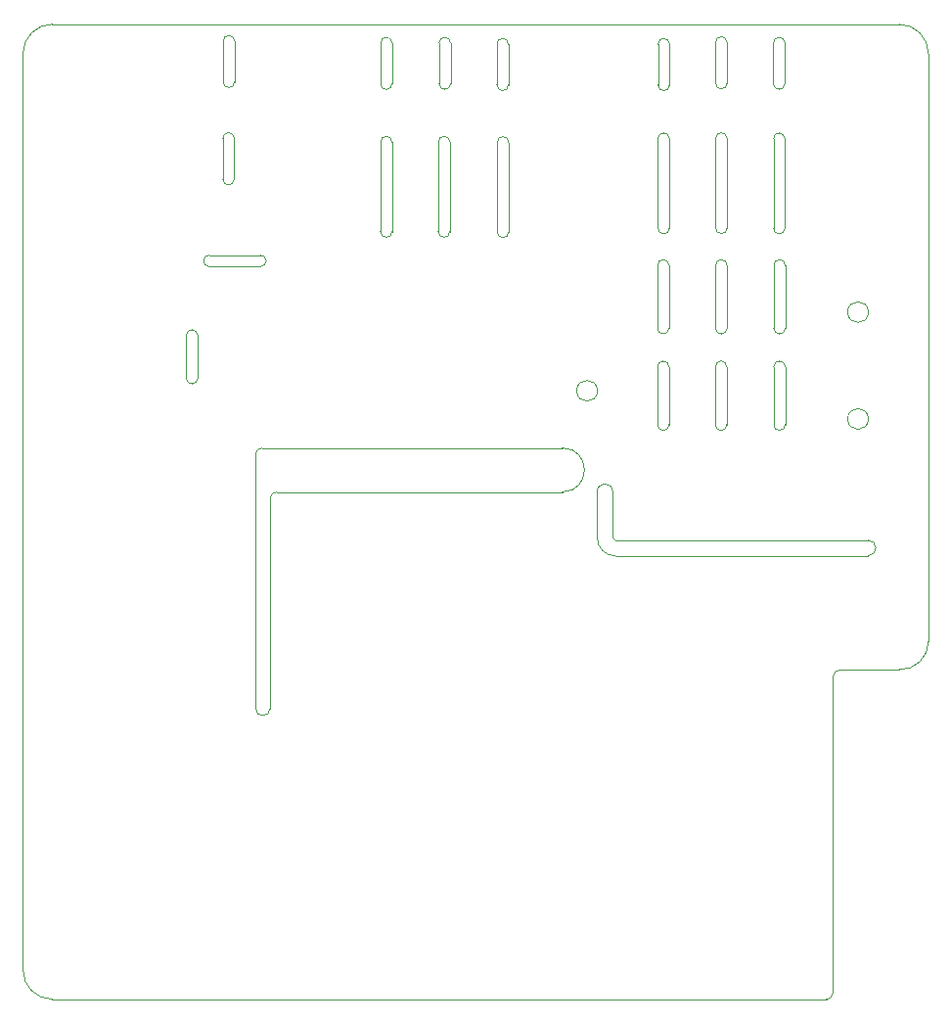
<source format=gm1>
G04 #@! TF.GenerationSoftware,KiCad,Pcbnew,(6.0.9)*
G04 #@! TF.CreationDate,2022-12-05T17:47:06+01:00*
G04 #@! TF.ProjectId,hamodule,68616d6f-6475-46c6-952e-6b696361645f,V.20221205.22*
G04 #@! TF.SameCoordinates,Original*
G04 #@! TF.FileFunction,Profile,NP*
%FSLAX46Y46*%
G04 Gerber Fmt 4.6, Leading zero omitted, Abs format (unit mm)*
G04 Created by KiCad (PCBNEW (6.0.9)) date 2022-12-05 17:47:06*
%MOMM*%
%LPD*%
G01*
G04 APERTURE LIST*
G04 #@! TA.AperFunction,Profile*
%ADD10C,0.050000*%
G04 #@! TD*
G04 #@! TA.AperFunction,Profile*
%ADD11C,0.100000*%
G04 #@! TD*
G04 APERTURE END LIST*
D10*
X109220000Y-84563949D02*
X109220500Y-33718500D01*
X67539500Y-115508500D02*
X33401500Y-115508500D01*
X104024500Y-56070500D02*
G75*
G03*
X104024500Y-56070500I-900000J0D01*
G01*
D11*
X77539500Y-71628000D02*
X52819800Y-71628000D01*
D10*
X106680500Y-31178500D02*
X33401500Y-31178500D01*
D11*
X51549800Y-67818000D02*
X77539500Y-67818000D01*
D10*
X30861500Y-112966500D02*
X30861500Y-33718500D01*
X77539500Y-71628000D02*
G75*
G03*
X77539500Y-67818000I0J1905000D01*
G01*
X30861499Y-112966500D02*
G75*
G03*
X33401500Y-115508500I2542001J0D01*
G01*
X100393500Y-115506500D02*
X67539500Y-115508500D01*
X109220500Y-33718500D02*
G75*
G03*
X106680500Y-31178500I-2540000J0D01*
G01*
X91799050Y-57464550D02*
X91799050Y-52034850D01*
X95803400Y-32804100D02*
X95803400Y-36312500D01*
X80580300Y-62877700D02*
G75*
G03*
X80580300Y-62877700I-900000J0D01*
G01*
X66804750Y-41379300D02*
X66804750Y-49106750D01*
X61818200Y-32804100D02*
X61818200Y-36312500D01*
X80558880Y-75605000D02*
G75*
G03*
X82103000Y-77149120I1544120J0D01*
G01*
X85821200Y-36414100D02*
G75*
G03*
X86817700Y-36414100I498250J0D01*
G01*
X85773350Y-52034850D02*
X85773350Y-57464550D01*
X86817700Y-32905700D02*
G75*
G03*
X85821200Y-32905700I-498250J0D01*
G01*
X48153000Y-41059100D02*
X48153000Y-44567500D01*
X86769850Y-57464550D02*
X86769850Y-52034850D01*
X85773350Y-65805000D02*
G75*
G03*
X86769850Y-65805000I498250J0D01*
G01*
X66872800Y-36312500D02*
G75*
G03*
X67869300Y-36312500I498250J0D01*
G01*
X95806350Y-48814900D02*
G75*
G03*
X96802850Y-48814900I498250J0D01*
G01*
X67801250Y-41379300D02*
G75*
G03*
X66804750Y-41379300I-498250J0D01*
G01*
X51549800Y-67818000D02*
G75*
G03*
X50991000Y-68376800I0J-558800D01*
G01*
X104024500Y-65316100D02*
G75*
G03*
X104024500Y-65316100I-900000J0D01*
G01*
X96828250Y-57464550D02*
X96828250Y-52034850D01*
X90802550Y-57464550D02*
G75*
G03*
X91799050Y-57464550I498250J0D01*
G01*
X67869300Y-32804100D02*
G75*
G03*
X66872800Y-32804100I-498250J0D01*
G01*
X95803400Y-36312500D02*
G75*
G03*
X96799900Y-36312500I498250J0D01*
G01*
X51415375Y-51139375D02*
X46983625Y-51139375D01*
X86769850Y-52034850D02*
G75*
G03*
X85773350Y-52034850I-498250J0D01*
G01*
X95806350Y-41087450D02*
X95806350Y-48814900D01*
X96802850Y-48814900D02*
X96802850Y-41087450D01*
X71876600Y-32905700D02*
X71876600Y-36414100D01*
D11*
X82103000Y-75802920D02*
X104001874Y-75802920D01*
D10*
X81905082Y-71605000D02*
G75*
G03*
X80558880Y-71605000I-673101J-25D01*
G01*
X90777150Y-60805000D02*
X90777150Y-65805000D01*
X101600000Y-86995000D02*
G75*
G03*
X100965000Y-87630000I0J-635000D01*
G01*
X52819800Y-71628000D02*
G75*
G03*
X52261000Y-72186800I-100J-558700D01*
G01*
X96828250Y-52034850D02*
G75*
G03*
X95831750Y-52034850I-498250J0D01*
G01*
X50991000Y-68376800D02*
X50991000Y-90347800D01*
X72901250Y-41405000D02*
G75*
G03*
X71904750Y-41405000I-498250J0D01*
G01*
X85809500Y-41075700D02*
X85809500Y-48803150D01*
X61804750Y-49106750D02*
G75*
G03*
X62801250Y-49106750I498250J0D01*
G01*
X71904750Y-41405000D02*
X71904750Y-49132450D01*
X48179500Y-36156900D02*
G75*
G03*
X49176000Y-36156900I498250J0D01*
G01*
X61818200Y-36312500D02*
G75*
G03*
X62814700Y-36312500I498250J0D01*
G01*
X91796100Y-36261700D02*
X91796100Y-32753300D01*
X96828250Y-65805000D02*
X96828250Y-60805000D01*
X85773350Y-60805000D02*
X85773350Y-65805000D01*
X96802850Y-41087450D02*
G75*
G03*
X95806350Y-41087450I-498250J0D01*
G01*
X85821200Y-32905700D02*
X85821200Y-36414100D01*
X95831750Y-60805000D02*
X95831750Y-65805000D01*
X44996600Y-61783750D02*
G75*
G03*
X45993100Y-61783750I498250J0D01*
G01*
D11*
X104001874Y-77149120D02*
X82103000Y-77149120D01*
D10*
X91799050Y-48789500D02*
X91799050Y-41062050D01*
X85809500Y-48803150D02*
G75*
G03*
X86806000Y-48803150I498250J0D01*
G01*
X100393500Y-115506500D02*
G75*
G03*
X100965000Y-114935000I0J571500D01*
G01*
X49176000Y-32648500D02*
G75*
G03*
X48179500Y-32648500I-498250J0D01*
G01*
X100965000Y-87630000D02*
X100965000Y-114935000D01*
X66804750Y-49106750D02*
G75*
G03*
X67801250Y-49106750I498250J0D01*
G01*
X49176000Y-36156900D02*
X49176000Y-32648500D01*
X51415375Y-52135825D02*
G75*
G03*
X51415375Y-51139375I25J498225D01*
G01*
X49149500Y-44567500D02*
X49149500Y-41059100D01*
X86806000Y-48803150D02*
X86806000Y-41075700D01*
X49149500Y-41059100D02*
G75*
G03*
X48153000Y-41059100I-498250J0D01*
G01*
X48153000Y-44567500D02*
G75*
G03*
X49149500Y-44567500I498250J0D01*
G01*
X72873100Y-36414100D02*
X72873100Y-32905700D01*
X66872800Y-32804100D02*
X66872800Y-36312500D01*
X90802550Y-52034850D02*
X90802550Y-57464550D01*
X72873100Y-32905700D02*
G75*
G03*
X71876600Y-32905700I-498250J0D01*
G01*
X85773350Y-57464550D02*
G75*
G03*
X86769850Y-57464550I498250J0D01*
G01*
X33401500Y-31178500D02*
G75*
G03*
X30861500Y-33718500I0J-2540000D01*
G01*
X46983625Y-51139325D02*
G75*
G03*
X46983625Y-52135875I-25J-498275D01*
G01*
X106680002Y-86994964D02*
G75*
G03*
X109220000Y-84563949I106598J2431064D01*
G01*
X44996600Y-58104250D02*
X44996600Y-61783750D01*
X90802550Y-41062050D02*
X90802550Y-48789500D01*
X67869300Y-36312500D02*
X67869300Y-32804100D01*
X62801250Y-41379300D02*
G75*
G03*
X61804750Y-41379300I-498250J0D01*
G01*
X91799050Y-52034850D02*
G75*
G03*
X90802550Y-52034850I-498250J0D01*
G01*
X90799600Y-36261700D02*
G75*
G03*
X91796100Y-36261700I498250J0D01*
G01*
X91796100Y-32753300D02*
G75*
G03*
X90799600Y-32753300I-498250J0D01*
G01*
X50991000Y-90347800D02*
G75*
G03*
X52261000Y-90347800I635000J15614D01*
G01*
X96828250Y-60805000D02*
G75*
G03*
X95831750Y-60805000I-498250J0D01*
G01*
X95831750Y-57464550D02*
G75*
G03*
X96828250Y-57464550I498250J0D01*
G01*
X90802550Y-48789500D02*
G75*
G03*
X91799050Y-48789500I498250J0D01*
G01*
X81905081Y-75605000D02*
G75*
G03*
X82103000Y-75802919I197919J0D01*
G01*
X90777150Y-65805000D02*
G75*
G03*
X91773650Y-65805000I498250J0D01*
G01*
X96799900Y-36312500D02*
X96799900Y-32804100D01*
X91799050Y-41062050D02*
G75*
G03*
X90802550Y-41062050I-498250J0D01*
G01*
X62814700Y-32804100D02*
G75*
G03*
X61818200Y-32804100I-498250J0D01*
G01*
X62814700Y-36312500D02*
X62814700Y-32804100D01*
X48179500Y-32648500D02*
X48179500Y-36156900D01*
X71904750Y-49132450D02*
G75*
G03*
X72901250Y-49132450I498250J0D01*
G01*
X95831750Y-52034850D02*
X95831750Y-57464550D01*
X101600000Y-86995000D02*
X106680000Y-86995000D01*
X86769850Y-65805000D02*
X86769850Y-60805000D01*
X80558880Y-75605000D02*
X80558880Y-71605000D01*
X45993100Y-58104250D02*
G75*
G03*
X44996600Y-58104250I-498250J0D01*
G01*
X62801250Y-49106750D02*
X62801250Y-41379300D01*
X104001874Y-77149080D02*
G75*
G03*
X104001874Y-75802920I26J673080D01*
G01*
X81905081Y-71605000D02*
X81905081Y-75605000D01*
X86769850Y-60805000D02*
G75*
G03*
X85773350Y-60805000I-498250J0D01*
G01*
X91773650Y-60805000D02*
G75*
G03*
X90777150Y-60805000I-498250J0D01*
G01*
X96799900Y-32804100D02*
G75*
G03*
X95803400Y-32804100I-498250J0D01*
G01*
X71876600Y-36414100D02*
G75*
G03*
X72873100Y-36414100I498250J0D01*
G01*
X45993100Y-61783750D02*
X45993100Y-58104250D01*
X90799600Y-32753300D02*
X90799600Y-36261700D01*
X91773650Y-65805000D02*
X91773650Y-60805000D01*
X86817700Y-36414100D02*
X86817700Y-32905700D01*
X67801250Y-49106750D02*
X67801250Y-41379300D01*
X52261000Y-90347800D02*
X52261000Y-72186800D01*
X46983625Y-52135875D02*
X51415375Y-52135875D01*
X61804750Y-41379300D02*
X61804750Y-49106750D01*
X86806000Y-41075700D02*
G75*
G03*
X85809500Y-41075700I-498250J0D01*
G01*
X72901250Y-49132450D02*
X72901250Y-41405000D01*
X95831750Y-65805000D02*
G75*
G03*
X96828250Y-65805000I498250J0D01*
G01*
M02*

</source>
